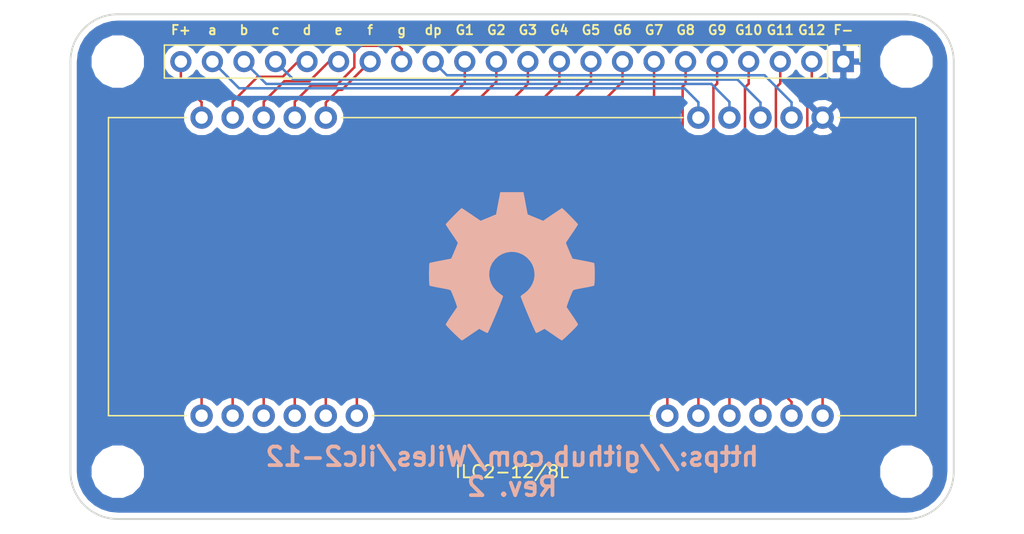
<source format=kicad_pcb>
(kicad_pcb (version 20171130) (host pcbnew "(6.0.0-rc1-dev-1291-g61b749f0b)")

  (general
    (thickness 1.6)
    (drawings 31)
    (tracks 93)
    (zones 0)
    (modules 7)
    (nets 23)
  )

  (page A4)
  (layers
    (0 F.Cu signal)
    (31 B.Cu signal)
    (32 B.Adhes user)
    (33 F.Adhes user)
    (34 B.Paste user)
    (35 F.Paste user)
    (36 B.SilkS user)
    (37 F.SilkS user)
    (38 B.Mask user)
    (39 F.Mask user)
    (40 Dwgs.User user)
    (41 Cmts.User user)
    (42 Eco1.User user)
    (43 Eco2.User user)
    (44 Edge.Cuts user)
    (45 Margin user)
    (46 B.CrtYd user)
    (47 F.CrtYd user)
    (48 B.Fab user)
    (49 F.Fab user)
  )

  (setup
    (last_trace_width 0.2)
    (trace_clearance 0.15)
    (zone_clearance 0.508)
    (zone_45_only no)
    (trace_min 0.2)
    (via_size 0.8)
    (via_drill 0.4)
    (via_min_size 0.4)
    (via_min_drill 0.3)
    (uvia_size 0.3)
    (uvia_drill 0.1)
    (uvias_allowed no)
    (uvia_min_size 0.2)
    (uvia_min_drill 0.1)
    (edge_width 0.15)
    (segment_width 0.2)
    (pcb_text_width 0.3)
    (pcb_text_size 1.5 1.5)
    (mod_edge_width 0.15)
    (mod_text_size 1 1)
    (mod_text_width 0.15)
    (pad_size 1.524 1.524)
    (pad_drill 0.762)
    (pad_to_mask_clearance 0.2)
    (solder_mask_min_width 0.25)
    (aux_axis_origin 0 0)
    (visible_elements 7FFFFFFF)
    (pcbplotparams
      (layerselection 0x010fc_ffffffff)
      (usegerberextensions false)
      (usegerberattributes true)
      (usegerberadvancedattributes true)
      (creategerberjobfile true)
      (excludeedgelayer true)
      (linewidth 0.100000)
      (plotframeref false)
      (viasonmask false)
      (mode 1)
      (useauxorigin false)
      (hpglpennumber 1)
      (hpglpenspeed 20)
      (hpglpendiameter 15.000000)
      (psnegative false)
      (psa4output false)
      (plotreference true)
      (plotvalue true)
      (plotinvisibletext false)
      (padsonsilk false)
      (subtractmaskfromsilk false)
      (outputformat 1)
      (mirror false)
      (drillshape 1)
      (scaleselection 1)
      (outputdirectory ""))
  )

  (net 0 "")
  (net 1 "Net-(D1-Pad2)")
  (net 2 "Net-(D1-Pad3)")
  (net 3 "Net-(D1-Pad4)")
  (net 4 "Net-(D1-Pad5)")
  (net 5 "Net-(D1-Pad9)")
  (net 6 "Net-(D1-Pad8)")
  (net 7 "Net-(D1-Pad7)")
  (net 8 "Net-(D1-Pad6)")
  (net 9 "Net-(D1-Pad15)")
  (net 10 "Net-(D1-Pad14)")
  (net 11 "Net-(D1-Pad13)")
  (net 12 "Net-(D1-Pad12)")
  (net 13 "Net-(D1-Pad11)")
  (net 14 "Net-(D1-Pad16)")
  (net 15 "Net-(D1-Pad22)")
  (net 16 "Net-(D1-Pad17)")
  (net 17 "Net-(D1-Pad18)")
  (net 18 "Net-(D1-Pad19)")
  (net 19 "Net-(D1-Pad20)")
  (net 20 "Net-(D1-Pad21)")
  (net 21 +3V3)
  (net 22 GND)

  (net_class Default "This is the default net class."
    (clearance 0.15)
    (trace_width 0.2)
    (via_dia 0.8)
    (via_drill 0.4)
    (uvia_dia 0.3)
    (uvia_drill 0.1)
    (add_net +3V3)
    (add_net GND)
    (add_net "Net-(D1-Pad11)")
    (add_net "Net-(D1-Pad12)")
    (add_net "Net-(D1-Pad13)")
    (add_net "Net-(D1-Pad14)")
    (add_net "Net-(D1-Pad15)")
    (add_net "Net-(D1-Pad16)")
    (add_net "Net-(D1-Pad17)")
    (add_net "Net-(D1-Pad18)")
    (add_net "Net-(D1-Pad19)")
    (add_net "Net-(D1-Pad2)")
    (add_net "Net-(D1-Pad20)")
    (add_net "Net-(D1-Pad21)")
    (add_net "Net-(D1-Pad22)")
    (add_net "Net-(D1-Pad3)")
    (add_net "Net-(D1-Pad4)")
    (add_net "Net-(D1-Pad5)")
    (add_net "Net-(D1-Pad6)")
    (add_net "Net-(D1-Pad7)")
    (add_net "Net-(D1-Pad8)")
    (add_net "Net-(D1-Pad9)")
  )

  (module ilc2-12:ilc2-12 (layer F.Cu) (tedit 5C83DD32) (tstamp 5A916F5D)
    (at 133.35 86.36)
    (path /5A90D7CF)
    (fp_text reference D1 (at 0 14.25) (layer F.SilkS) hide
      (effects (font (size 1 1) (thickness 0.15)))
    )
    (fp_text value ILC2-12/8L (at 0 16.51) (layer F.SilkS)
      (effects (font (size 1 1) (thickness 0.15)))
    )
    (fp_line (start -11.25 12) (end 11.25 12) (layer F.SilkS) (width 0.12))
    (fp_line (start 32.5 -12) (end 26.25 -12) (layer F.SilkS) (width 0.12))
    (fp_line (start 32.5 12) (end 32.5 -12) (layer F.SilkS) (width 0.12))
    (fp_line (start 26.25 12) (end 32.5 12) (layer F.SilkS) (width 0.12))
    (fp_line (start 13.75 -12) (end -13.75 -12) (layer F.SilkS) (width 0.12))
    (fp_line (start -32.5 12) (end -26.25 12) (layer F.SilkS) (width 0.12))
    (fp_line (start -32.5 -12) (end -32.5 12) (layer F.SilkS) (width 0.12))
    (fp_line (start -26.25 -12) (end -32.5 -12) (layer F.SilkS) (width 0.12))
    (fp_line (start -32.75 13.25) (end -32.75 -13.25) (layer F.CrtYd) (width 0.05))
    (fp_line (start 32.75 13.25) (end -32.75 13.25) (layer F.CrtYd) (width 0.05))
    (fp_line (start 32.75 -13.25) (end 32.75 13.25) (layer F.CrtYd) (width 0.05))
    (fp_line (start -32.75 -13.25) (end 32.75 -13.25) (layer F.CrtYd) (width 0.05))
    (pad 1 thru_hole circle (at -25 -12) (size 1.8 1.8) (drill 1) (layers *.Cu *.Mask)
      (net 21 +3V3))
    (pad 2 thru_hole circle (at -22.5 -12) (size 1.8 1.8) (drill 1) (layers *.Cu *.Mask)
      (net 1 "Net-(D1-Pad2)"))
    (pad 3 thru_hole circle (at -20 -12) (size 1.8 1.8) (drill 1) (layers *.Cu *.Mask)
      (net 2 "Net-(D1-Pad3)"))
    (pad 4 thru_hole circle (at -17.5 -12) (size 1.8 1.8) (drill 1) (layers *.Cu *.Mask)
      (net 3 "Net-(D1-Pad4)"))
    (pad 5 thru_hole circle (at -15 -12) (size 1.8 1.8) (drill 1) (layers *.Cu *.Mask)
      (net 4 "Net-(D1-Pad5)"))
    (pad 10 thru_hole circle (at 25 -12) (size 1.8 1.8) (drill 1) (layers *.Cu *.Mask)
      (net 22 GND))
    (pad 9 thru_hole circle (at 22.5 -12) (size 1.8 1.8) (drill 1) (layers *.Cu *.Mask)
      (net 5 "Net-(D1-Pad9)"))
    (pad 8 thru_hole circle (at 20 -12) (size 1.8 1.8) (drill 1) (layers *.Cu *.Mask)
      (net 6 "Net-(D1-Pad8)"))
    (pad 7 thru_hole circle (at 17.5 -12) (size 1.8 1.8) (drill 1) (layers *.Cu *.Mask)
      (net 7 "Net-(D1-Pad7)"))
    (pad 6 thru_hole circle (at 15 -12) (size 1.8 1.8) (drill 1) (layers *.Cu *.Mask)
      (net 8 "Net-(D1-Pad6)"))
    (pad 15 thru_hole circle (at 15 12) (size 1.8 1.8) (drill 1) (layers *.Cu *.Mask)
      (net 9 "Net-(D1-Pad15)"))
    (pad 14 thru_hole circle (at 17.5 12) (size 1.8 1.8) (drill 1) (layers *.Cu *.Mask)
      (net 10 "Net-(D1-Pad14)"))
    (pad 13 thru_hole circle (at 20 12) (size 1.8 1.8) (drill 1) (layers *.Cu *.Mask)
      (net 11 "Net-(D1-Pad13)"))
    (pad 12 thru_hole circle (at 22.5 12) (size 1.8 1.8) (drill 1) (layers *.Cu *.Mask)
      (net 12 "Net-(D1-Pad12)"))
    (pad 11 thru_hole circle (at 25 12) (size 1.8 1.8) (drill 1) (layers *.Cu *.Mask)
      (net 13 "Net-(D1-Pad11)"))
    (pad 16 thru_hole circle (at 12.5 12) (size 1.8 1.8) (drill 1) (layers *.Cu *.Mask)
      (net 14 "Net-(D1-Pad16)"))
    (pad 22 thru_hole circle (at -25 12) (size 1.8 1.8) (drill 1) (layers *.Cu *.Mask)
      (net 15 "Net-(D1-Pad22)"))
    (pad 17 thru_hole circle (at -12.5 12) (size 1.8 1.8) (drill 1) (layers *.Cu *.Mask)
      (net 16 "Net-(D1-Pad17)"))
    (pad 18 thru_hole circle (at -15 12) (size 1.8 1.8) (drill 1) (layers *.Cu *.Mask)
      (net 17 "Net-(D1-Pad18)"))
    (pad 19 thru_hole circle (at -17.5 12) (size 1.8 1.8) (drill 1) (layers *.Cu *.Mask)
      (net 18 "Net-(D1-Pad19)"))
    (pad 20 thru_hole circle (at -20 12) (size 1.8 1.8) (drill 1) (layers *.Cu *.Mask)
      (net 19 "Net-(D1-Pad20)"))
    (pad 21 thru_hole circle (at -22.5 12) (size 1.8 1.8) (drill 1) (layers *.Cu *.Mask)
      (net 20 "Net-(D1-Pad21)"))
  )

  (module Symbols:OSHW-Symbol_13.4x12mm_SilkScreen (layer B.Cu) (tedit 0) (tstamp 5A9208C2)
    (at 133.35 86.36 180)
    (descr "Open Source Hardware Symbol")
    (tags "Logo Symbol OSHW")
    (attr virtual)
    (fp_text reference REF*** (at 0 0 180) (layer B.SilkS) hide
      (effects (font (size 1 1) (thickness 0.15)) (justify mirror))
    )
    (fp_text value OSHW-Symbol_13.4x12mm_SilkScreen (at 0.75 0 180) (layer B.Fab) hide
      (effects (font (size 1 1) (thickness 0.15)) (justify mirror))
    )
    (fp_poly (pts (xy 1.119803 5.09936) (xy 1.288676 4.203573) (xy 1.911796 3.946702) (xy 2.534916 3.689832)
      (xy 3.282453 4.198151) (xy 3.491802 4.339684) (xy 3.681043 4.466055) (xy 3.841343 4.571493)
      (xy 3.963874 4.65023) (xy 4.039802 4.696495) (xy 4.06048 4.706471) (xy 4.097731 4.680814)
      (xy 4.177332 4.609885) (xy 4.290361 4.502743) (xy 4.427895 4.36845) (xy 4.581012 4.216066)
      (xy 4.740789 4.054653) (xy 4.898305 3.89327) (xy 5.044637 3.740978) (xy 5.170863 3.606838)
      (xy 5.26806 3.499911) (xy 5.327307 3.429258) (xy 5.341471 3.405612) (xy 5.321087 3.362021)
      (xy 5.263941 3.266519) (xy 5.176041 3.12845) (xy 5.063396 2.957155) (xy 4.932013 2.761975)
      (xy 4.855882 2.650648) (xy 4.717118 2.447367) (xy 4.593811 2.263927) (xy 4.491945 2.109458)
      (xy 4.417501 1.993091) (xy 4.376461 1.923958) (xy 4.370294 1.90943) (xy 4.384274 1.86814)
      (xy 4.422382 1.771908) (xy 4.478867 1.634266) (xy 4.54798 1.468742) (xy 4.62397 1.288868)
      (xy 4.701089 1.108172) (xy 4.773585 0.940186) (xy 4.835709 0.79844) (xy 4.881712 0.696463)
      (xy 4.905843 0.647786) (xy 4.907267 0.64587) (xy 4.945158 0.636575) (xy 5.046069 0.61584)
      (xy 5.19954 0.585702) (xy 5.395112 0.548199) (xy 5.622325 0.505371) (xy 5.754891 0.480674)
      (xy 5.997679 0.434447) (xy 6.216974 0.39046) (xy 6.401681 0.351119) (xy 6.540705 0.318831)
      (xy 6.622952 0.296003) (xy 6.639485 0.28876) (xy 6.655678 0.239739) (xy 6.668744 0.129023)
      (xy 6.678691 -0.030438) (xy 6.685528 -0.2257) (xy 6.689264 -0.443814) (xy 6.689907 -0.671835)
      (xy 6.687468 -0.896815) (xy 6.681953 -1.105809) (xy 6.673374 -1.285868) (xy 6.661737 -1.424047)
      (xy 6.647052 -1.507398) (xy 6.638245 -1.52475) (xy 6.585599 -1.545548) (xy 6.474043 -1.575282)
      (xy 6.318335 -1.610459) (xy 6.133229 -1.647586) (xy 6.068613 -1.659597) (xy 5.757071 -1.716662)
      (xy 5.510976 -1.762618) (xy 5.322195 -1.799293) (xy 5.182598 -1.828513) (xy 5.084052 -1.852104)
      (xy 5.018426 -1.871892) (xy 4.977589 -1.889706) (xy 4.953409 -1.90737) (xy 4.950026 -1.910861)
      (xy 4.916255 -1.9671) (xy 4.864737 -2.076547) (xy 4.800617 -2.2258) (xy 4.729039 -2.401459)
      (xy 4.655146 -2.590121) (xy 4.584083 -2.778385) (xy 4.520993 -2.952848) (xy 4.471021 -3.100108)
      (xy 4.439312 -3.206764) (xy 4.431008 -3.259413) (xy 4.4317 -3.261257) (xy 4.459836 -3.304292)
      (xy 4.523665 -3.398978) (xy 4.61648 -3.53546) (xy 4.731573 -3.703882) (xy 4.862237 -3.89439)
      (xy 4.899448 -3.948529) (xy 5.032129 -4.144804) (xy 5.148883 -4.323886) (xy 5.243349 -4.475492)
      (xy 5.309168 -4.589338) (xy 5.339978 -4.655141) (xy 5.341471 -4.663225) (xy 5.315584 -4.705715)
      (xy 5.244054 -4.789891) (xy 5.136076 -4.906705) (xy 5.000846 -5.04711) (xy 4.847558 -5.202061)
      (xy 4.685409 -5.362509) (xy 4.523593 -5.519409) (xy 4.371306 -5.663713) (xy 4.237743 -5.786376)
      (xy 4.1321 -5.87835) (xy 4.063572 -5.930589) (xy 4.044614 -5.939118) (xy 4.000487 -5.919029)
      (xy 3.910142 -5.864849) (xy 3.788295 -5.785704) (xy 3.694546 -5.722001) (xy 3.524678 -5.60511)
      (xy 3.323512 -5.467476) (xy 3.121733 -5.330063) (xy 3.01325 -5.256519) (xy 2.646058 -5.008155)
      (xy 2.337826 -5.174813) (xy 2.197404 -5.247822) (xy 2.077996 -5.304571) (xy 1.997202 -5.336937)
      (xy 1.976636 -5.341441) (xy 1.951906 -5.308189) (xy 1.903118 -5.214224) (xy 1.833913 -5.068213)
      (xy 1.747935 -4.878824) (xy 1.648824 -4.654724) (xy 1.540224 -4.404581) (xy 1.425775 -4.137063)
      (xy 1.30912 -3.860836) (xy 1.193901 -3.584568) (xy 1.08376 -3.316927) (xy 0.982339 -3.06658)
      (xy 0.89328 -2.842195) (xy 0.820225 -2.652439) (xy 0.766816 -2.50598) (xy 0.736695 -2.411485)
      (xy 0.731851 -2.379031) (xy 0.770245 -2.337636) (xy 0.854308 -2.270438) (xy 0.966467 -2.1914)
      (xy 0.975881 -2.185147) (xy 1.265768 -1.953103) (xy 1.499512 -1.682386) (xy 1.675087 -1.381653)
      (xy 1.790469 -1.059561) (xy 1.84363 -0.724765) (xy 1.832547 -0.385922) (xy 1.755192 -0.051688)
      (xy 1.60954 0.269281) (xy 1.566688 0.339505) (xy 1.343802 0.623073) (xy 1.080491 0.850782)
      (xy 0.785865 1.021449) (xy 0.469041 1.133888) (xy 0.13913 1.186917) (xy -0.194754 1.179349)
      (xy -0.523497 1.110002) (xy -0.837986 0.977691) (xy -1.129107 0.781232) (xy -1.21916 0.701494)
      (xy -1.448347 0.451892) (xy -1.615354 0.189132) (xy -1.729915 -0.105399) (xy -1.793719 -0.397075)
      (xy -1.80947 -0.725012) (xy -1.756949 -1.054577) (xy -1.64149 -1.37463) (xy -1.468429 -1.674032)
      (xy -1.243101 -1.941643) (xy -0.97084 -2.166325) (xy -0.935058 -2.190008) (xy -0.821698 -2.267568)
      (xy -0.735522 -2.334768) (xy -0.694323 -2.377675) (xy -0.693724 -2.379031) (xy -0.702569 -2.425446)
      (xy -0.737631 -2.530786) (xy -0.795267 -2.686388) (xy -0.871834 -2.883584) (xy -0.963686 -3.11371)
      (xy -1.067183 -3.368101) (xy -1.178679 -3.63809) (xy -1.294532 -3.915012) (xy -1.411097 -4.190201)
      (xy -1.524733 -4.454993) (xy -1.631794 -4.700721) (xy -1.728638 -4.918721) (xy -1.811621 -5.100326)
      (xy -1.877099 -5.236871) (xy -1.921431 -5.31969) (xy -1.939283 -5.341441) (xy -1.993834 -5.324504)
      (xy -2.095905 -5.279077) (xy -2.227895 -5.21328) (xy -2.300474 -5.174813) (xy -2.608705 -5.008155)
      (xy -2.975897 -5.256519) (xy -3.16334 -5.383754) (xy -3.368557 -5.523773) (xy -3.560867 -5.655612)
      (xy -3.657193 -5.722001) (xy -3.792673 -5.812976) (xy -3.907393 -5.885071) (xy -3.986388 -5.929154)
      (xy -4.012046 -5.938473) (xy -4.049391 -5.913334) (xy -4.132042 -5.843154) (xy -4.251985 -5.73522)
      (xy -4.401209 -5.596818) (xy -4.571699 -5.435235) (xy -4.679526 -5.331488) (xy -4.868172 -5.146135)
      (xy -5.031205 -4.980351) (xy -5.162032 -4.841227) (xy -5.254065 -4.735856) (xy -5.300713 -4.671329)
      (xy -5.305188 -4.658234) (xy -5.28442 -4.608425) (xy -5.227031 -4.507713) (xy -5.139387 -4.366295)
      (xy -5.027854 -4.194367) (xy -4.898797 -4.002124) (xy -4.862096 -3.948529) (xy -4.728368 -3.753733)
      (xy -4.608393 -3.578353) (xy -4.508879 -3.432243) (xy -4.436533 -3.325258) (xy -4.398064 -3.267255)
      (xy -4.394347 -3.261257) (xy -4.399905 -3.215032) (xy -4.429407 -3.113398) (xy -4.477709 -2.969758)
      (xy -4.539667 -2.797514) (xy -4.610137 -2.610066) (xy -4.683975 -2.420818) (xy -4.756037 -2.243171)
      (xy -4.821178 -2.090527) (xy -4.874255 -1.976288) (xy -4.910123 -1.913856) (xy -4.912673 -1.910861)
      (xy -4.934606 -1.893019) (xy -4.971652 -1.875374) (xy -5.031941 -1.856101) (xy -5.123604 -1.833374)
      (xy -5.254774 -1.805364) (xy -5.433582 -1.770247) (xy -5.668158 -1.726195) (xy -5.966635 -1.671382)
      (xy -6.03126 -1.659597) (xy -6.222794 -1.622591) (xy -6.389769 -1.586389) (xy -6.517432 -1.554485)
      (xy -6.591024 -1.530372) (xy -6.600892 -1.52475) (xy -6.617153 -1.47491) (xy -6.63037 -1.363532)
      (xy -6.640536 -1.203563) (xy -6.64764 -1.00795) (xy -6.651674 -0.78964) (xy -6.65263 -0.561579)
      (xy -6.650498 -0.336714) (xy -6.645269 -0.127991) (xy -6.636935 0.051642) (xy -6.625487 0.189238)
      (xy -6.610916 0.271852) (xy -6.602132 0.28876) (xy -6.55323 0.305816) (xy -6.441873 0.333564)
      (xy -6.279156 0.369597) (xy -6.076174 0.411507) (xy -5.844021 0.456889) (xy -5.717538 0.480674)
      (xy -5.477555 0.525535) (xy -5.263549 0.566175) (xy -5.085978 0.600554) (xy -4.955302 0.626635)
      (xy -4.881982 0.642379) (xy -4.869915 0.64587) (xy -4.849519 0.685221) (xy -4.806406 0.780007)
      (xy -4.746321 0.916685) (xy -4.675013 1.081714) (xy -4.598227 1.261553) (xy -4.52171 1.44266)
      (xy -4.45121 1.611493) (xy -4.392473 1.754512) (xy -4.351246 1.858174) (xy -4.333276 1.908939)
      (xy -4.332941 1.911158) (xy -4.353313 1.951204) (xy -4.410427 2.043361) (xy -4.498279 2.178467)
      (xy -4.610867 2.347365) (xy -4.742189 2.540895) (xy -4.818529 2.652059) (xy -4.957636 2.855884)
      (xy -5.081188 3.040937) (xy -5.183158 3.197854) (xy -5.257517 3.317276) (xy -5.298237 3.38984)
      (xy -5.304118 3.406107) (xy -5.278837 3.44397) (xy -5.208948 3.524814) (xy -5.103377 3.639581)
      (xy -4.971052 3.779215) (xy -4.820901 3.934658) (xy -4.661852 4.096854) (xy -4.502833 4.256746)
      (xy -4.352771 4.405276) (xy -4.220594 4.533387) (xy -4.11523 4.632023) (xy -4.045607 4.692127)
      (xy -4.022315 4.706471) (xy -3.98439 4.686301) (xy -3.893683 4.629637) (xy -3.759011 4.542247)
      (xy -3.589195 4.4299) (xy -3.393054 4.298362) (xy -3.2451 4.198151) (xy -2.497564 3.689832)
      (xy -1.874444 3.946702) (xy -1.251324 4.203573) (xy -0.913576 5.995147) (xy 0.950929 5.995147)
      (xy 1.119803 5.09936)) (layer B.SilkS) (width 0.01))
  )

  (module Mounting_Holes:MountingHole_3.2mm_M3 (layer F.Cu) (tedit 5A90D9D8) (tstamp 5A91BC1F)
    (at 101.6 69.85)
    (descr "Mounting Hole 3.2mm, no annular, M3")
    (tags "mounting hole 3.2mm no annular m3")
    (attr virtual)
    (fp_text reference REF** (at 0 -4.2) (layer F.SilkS) hide
      (effects (font (size 1 1) (thickness 0.15)))
    )
    (fp_text value MountingHole_3.2mm_M3 (at 0 4.2) (layer F.Fab)
      (effects (font (size 1 1) (thickness 0.15)))
    )
    (fp_text user %R (at 0.3 0) (layer F.Fab)
      (effects (font (size 1 1) (thickness 0.15)))
    )
    (fp_circle (center 0 0) (end 3.2 0) (layer Cmts.User) (width 0.15))
    (fp_circle (center 0 0) (end 3.45 0) (layer F.CrtYd) (width 0.05))
    (pad 1 np_thru_hole circle (at 0 0) (size 3.2 3.2) (drill 3.2) (layers *.Cu *.Mask))
  )

  (module Mounting_Holes:MountingHole_3.2mm_M3 (layer F.Cu) (tedit 5A90D9DB) (tstamp 5A91BC1C)
    (at 165.1 69.85)
    (descr "Mounting Hole 3.2mm, no annular, M3")
    (tags "mounting hole 3.2mm no annular m3")
    (attr virtual)
    (fp_text reference REF** (at 0 -4.2) (layer F.SilkS) hide
      (effects (font (size 1 1) (thickness 0.15)))
    )
    (fp_text value MountingHole_3.2mm_M3 (at 0 4.2) (layer F.Fab)
      (effects (font (size 1 1) (thickness 0.15)))
    )
    (fp_text user %R (at 0.3 0) (layer F.Fab)
      (effects (font (size 1 1) (thickness 0.15)))
    )
    (fp_circle (center 0 0) (end 3.2 0) (layer Cmts.User) (width 0.15))
    (fp_circle (center 0 0) (end 3.45 0) (layer F.CrtYd) (width 0.05))
    (pad 1 np_thru_hole circle (at 0 0) (size 3.2 3.2) (drill 3.2) (layers *.Cu *.Mask))
  )

  (module Mounting_Holes:MountingHole_3.2mm_M3 (layer F.Cu) (tedit 5A90D9DF) (tstamp 5A91BC19)
    (at 165.1 102.87)
    (descr "Mounting Hole 3.2mm, no annular, M3")
    (tags "mounting hole 3.2mm no annular m3")
    (attr virtual)
    (fp_text reference REF** (at 0 -4.2) (layer F.SilkS) hide
      (effects (font (size 1 1) (thickness 0.15)))
    )
    (fp_text value MountingHole_3.2mm_M3 (at 0 4.2) (layer F.Fab)
      (effects (font (size 1 1) (thickness 0.15)))
    )
    (fp_text user %R (at 0.3 0) (layer F.Fab)
      (effects (font (size 1 1) (thickness 0.15)))
    )
    (fp_circle (center 0 0) (end 3.2 0) (layer Cmts.User) (width 0.15))
    (fp_circle (center 0 0) (end 3.45 0) (layer F.CrtYd) (width 0.05))
    (pad 1 np_thru_hole circle (at 0 0) (size 3.2 3.2) (drill 3.2) (layers *.Cu *.Mask))
  )

  (module Mounting_Holes:MountingHole_3.2mm_M3 (layer F.Cu) (tedit 5A90D9E6) (tstamp 5A91BC16)
    (at 101.6 102.87)
    (descr "Mounting Hole 3.2mm, no annular, M3")
    (tags "mounting hole 3.2mm no annular m3")
    (attr virtual)
    (fp_text reference REF** (at 0 -4.2) (layer F.SilkS) hide
      (effects (font (size 1 1) (thickness 0.15)))
    )
    (fp_text value MountingHole_3.2mm_M3 (at 0 4.2) (layer F.Fab)
      (effects (font (size 1 1) (thickness 0.15)))
    )
    (fp_text user %R (at 0.3 0) (layer F.Fab)
      (effects (font (size 1 1) (thickness 0.15)))
    )
    (fp_circle (center 0 0) (end 3.2 0) (layer Cmts.User) (width 0.15))
    (fp_circle (center 0 0) (end 3.45 0) (layer F.CrtYd) (width 0.05))
    (pad 1 np_thru_hole circle (at 0 0) (size 3.2 3.2) (drill 3.2) (layers *.Cu *.Mask))
  )

  (module Pin_Headers:Pin_Header_Straight_1x22_Pitch2.54mm (layer F.Cu) (tedit 5A90DC58) (tstamp 5A91BC92)
    (at 160.02 69.85 270)
    (descr "Through hole straight pin header, 1x22, 2.54mm pitch, single row")
    (tags "Through hole pin header THT 1x22 2.54mm single row")
    (path /5A90D84A)
    (fp_text reference J1 (at 0 -2.33 270) (layer F.SilkS) hide
      (effects (font (size 1 1) (thickness 0.15)))
    )
    (fp_text value CONN_01X22 (at 0 55.67 270) (layer F.Fab)
      (effects (font (size 1 1) (thickness 0.15)))
    )
    (fp_text user %R (at 0 26.67) (layer F.Fab)
      (effects (font (size 1 1) (thickness 0.15)))
    )
    (fp_line (start 1.8 -1.8) (end -1.8 -1.8) (layer F.CrtYd) (width 0.05))
    (fp_line (start 1.8 55.15) (end 1.8 -1.8) (layer F.CrtYd) (width 0.05))
    (fp_line (start -1.8 55.15) (end 1.8 55.15) (layer F.CrtYd) (width 0.05))
    (fp_line (start -1.8 -1.8) (end -1.8 55.15) (layer F.CrtYd) (width 0.05))
    (fp_line (start -1.33 -1.33) (end 0 -1.33) (layer F.SilkS) (width 0.12))
    (fp_line (start -1.33 0) (end -1.33 -1.33) (layer F.SilkS) (width 0.12))
    (fp_line (start -1.33 1.27) (end 1.33 1.27) (layer F.SilkS) (width 0.12))
    (fp_line (start 1.33 1.27) (end 1.33 54.67) (layer F.SilkS) (width 0.12))
    (fp_line (start -1.33 1.27) (end -1.33 54.67) (layer F.SilkS) (width 0.12))
    (fp_line (start -1.33 54.67) (end 1.33 54.67) (layer F.SilkS) (width 0.12))
    (fp_line (start -1.27 -0.635) (end -0.635 -1.27) (layer F.Fab) (width 0.1))
    (fp_line (start -1.27 54.61) (end -1.27 -0.635) (layer F.Fab) (width 0.1))
    (fp_line (start 1.27 54.61) (end -1.27 54.61) (layer F.Fab) (width 0.1))
    (fp_line (start 1.27 -1.27) (end 1.27 54.61) (layer F.Fab) (width 0.1))
    (fp_line (start -0.635 -1.27) (end 1.27 -1.27) (layer F.Fab) (width 0.1))
    (pad 22 thru_hole oval (at 0 53.34 270) (size 1.7 1.7) (drill 1) (layers *.Cu *.Mask)
      (net 21 +3V3))
    (pad 21 thru_hole oval (at 0 50.8 270) (size 1.7 1.7) (drill 1) (layers *.Cu *.Mask)
      (net 8 "Net-(D1-Pad6)"))
    (pad 20 thru_hole oval (at 0 48.26 270) (size 1.7 1.7) (drill 1) (layers *.Cu *.Mask)
      (net 7 "Net-(D1-Pad7)"))
    (pad 19 thru_hole oval (at 0 45.72 270) (size 1.7 1.7) (drill 1) (layers *.Cu *.Mask)
      (net 6 "Net-(D1-Pad8)"))
    (pad 18 thru_hole oval (at 0 43.18 270) (size 1.7 1.7) (drill 1) (layers *.Cu *.Mask)
      (net 1 "Net-(D1-Pad2)"))
    (pad 17 thru_hole oval (at 0 40.64 270) (size 1.7 1.7) (drill 1) (layers *.Cu *.Mask)
      (net 2 "Net-(D1-Pad3)"))
    (pad 16 thru_hole oval (at 0 38.1 270) (size 1.7 1.7) (drill 1) (layers *.Cu *.Mask)
      (net 4 "Net-(D1-Pad5)"))
    (pad 15 thru_hole oval (at 0 35.56 270) (size 1.7 1.7) (drill 1) (layers *.Cu *.Mask)
      (net 3 "Net-(D1-Pad4)"))
    (pad 14 thru_hole oval (at 0 33.02 270) (size 1.7 1.7) (drill 1) (layers *.Cu *.Mask)
      (net 5 "Net-(D1-Pad9)"))
    (pad 13 thru_hole oval (at 0 30.48 270) (size 1.7 1.7) (drill 1) (layers *.Cu *.Mask)
      (net 15 "Net-(D1-Pad22)"))
    (pad 12 thru_hole oval (at 0 27.94 270) (size 1.7 1.7) (drill 1) (layers *.Cu *.Mask)
      (net 20 "Net-(D1-Pad21)"))
    (pad 11 thru_hole oval (at 0 25.4 270) (size 1.7 1.7) (drill 1) (layers *.Cu *.Mask)
      (net 19 "Net-(D1-Pad20)"))
    (pad 10 thru_hole oval (at 0 22.86 270) (size 1.7 1.7) (drill 1) (layers *.Cu *.Mask)
      (net 18 "Net-(D1-Pad19)"))
    (pad 9 thru_hole oval (at 0 20.32 270) (size 1.7 1.7) (drill 1) (layers *.Cu *.Mask)
      (net 17 "Net-(D1-Pad18)"))
    (pad 8 thru_hole oval (at 0 17.78 270) (size 1.7 1.7) (drill 1) (layers *.Cu *.Mask)
      (net 16 "Net-(D1-Pad17)"))
    (pad 7 thru_hole oval (at 0 15.24 270) (size 1.7 1.7) (drill 1) (layers *.Cu *.Mask)
      (net 14 "Net-(D1-Pad16)"))
    (pad 6 thru_hole oval (at 0 12.7 270) (size 1.7 1.7) (drill 1) (layers *.Cu *.Mask)
      (net 9 "Net-(D1-Pad15)"))
    (pad 5 thru_hole oval (at 0 10.16 270) (size 1.7 1.7) (drill 1) (layers *.Cu *.Mask)
      (net 10 "Net-(D1-Pad14)"))
    (pad 4 thru_hole oval (at 0 7.62 270) (size 1.7 1.7) (drill 1) (layers *.Cu *.Mask)
      (net 11 "Net-(D1-Pad13)"))
    (pad 3 thru_hole oval (at 0 5.08 270) (size 1.7 1.7) (drill 1) (layers *.Cu *.Mask)
      (net 12 "Net-(D1-Pad12)"))
    (pad 2 thru_hole oval (at 0 2.54 270) (size 1.7 1.7) (drill 1) (layers *.Cu *.Mask)
      (net 13 "Net-(D1-Pad11)"))
    (pad 1 thru_hole rect (at 0 0 270) (size 1.7 1.7) (drill 1) (layers *.Cu *.Mask)
      (net 22 GND))
    (model ${KISYS3DMOD}/Pin_Headers.3dshapes/Pin_Header_Straight_1x22_Pitch2.54mm.wrl
      (at (xyz 0 0 0))
      (scale (xyz 1 1 1))
      (rotate (xyz 0 0 0))
    )
  )

  (gr_text F- (at 160.02 67.31) (layer F.SilkS) (tstamp 5A920947)
    (effects (font (size 0.75 0.75) (thickness 0.15)))
  )
  (gr_text G12 (at 157.48 67.31) (layer F.SilkS) (tstamp 5A920945)
    (effects (font (size 0.75 0.75) (thickness 0.15)))
  )
  (gr_text G11 (at 154.94 67.31) (layer F.SilkS) (tstamp 5A920943)
    (effects (font (size 0.75 0.75) (thickness 0.15)))
  )
  (gr_text G10 (at 152.4 67.31) (layer F.SilkS) (tstamp 5A920941)
    (effects (font (size 0.75 0.75) (thickness 0.15)))
  )
  (gr_text G9 (at 149.86 67.31) (layer F.SilkS) (tstamp 5A92093F)
    (effects (font (size 0.75 0.75) (thickness 0.15)))
  )
  (gr_text G8 (at 147.32 67.31) (layer F.SilkS) (tstamp 5A92093D)
    (effects (font (size 0.75 0.75) (thickness 0.15)))
  )
  (gr_text G7 (at 144.78 67.31) (layer F.SilkS) (tstamp 5A92093B)
    (effects (font (size 0.75 0.75) (thickness 0.15)))
  )
  (gr_text G6 (at 142.24 67.31) (layer F.SilkS) (tstamp 5A920939)
    (effects (font (size 0.75 0.75) (thickness 0.15)))
  )
  (gr_text G5 (at 139.7 67.31) (layer F.SilkS) (tstamp 5A920937)
    (effects (font (size 0.75 0.75) (thickness 0.15)))
  )
  (gr_text G4 (at 137.16 67.31) (layer F.SilkS) (tstamp 5A920935)
    (effects (font (size 0.75 0.75) (thickness 0.15)))
  )
  (gr_text G3 (at 134.62 67.31) (layer F.SilkS) (tstamp 5A920933)
    (effects (font (size 0.75 0.75) (thickness 0.15)))
  )
  (gr_text "G2\n" (at 132.08 67.31) (layer F.SilkS) (tstamp 5A920931)
    (effects (font (size 0.75 0.75) (thickness 0.15)))
  )
  (gr_text G1 (at 129.54 67.31) (layer F.SilkS) (tstamp 5A920928)
    (effects (font (size 0.75 0.75) (thickness 0.15)))
  )
  (gr_text dp (at 127 67.31) (layer F.SilkS) (tstamp 5A920924)
    (effects (font (size 0.75 0.75) (thickness 0.15)))
  )
  (gr_text g (at 124.46 67.31) (layer F.SilkS) (tstamp 5A920917)
    (effects (font (size 0.75 0.75) (thickness 0.15)))
  )
  (gr_text f (at 121.92 67.31) (layer F.SilkS) (tstamp 5A920915)
    (effects (font (size 0.75 0.75) (thickness 0.15)))
  )
  (gr_text e (at 119.38 67.31) (layer F.SilkS) (tstamp 5A920913)
    (effects (font (size 0.75 0.75) (thickness 0.15)))
  )
  (gr_text d (at 116.84 67.31) (layer F.SilkS) (tstamp 5A920911)
    (effects (font (size 0.75 0.75) (thickness 0.15)))
  )
  (gr_text c (at 114.3 67.31) (layer F.SilkS) (tstamp 5A92090F)
    (effects (font (size 0.75 0.75) (thickness 0.15)))
  )
  (gr_text b (at 111.76 67.31) (layer F.SilkS)
    (effects (font (size 0.75 0.75) (thickness 0.15)))
  )
  (gr_text a (at 109.22 67.31) (layer F.SilkS)
    (effects (font (size 0.75 0.75) (thickness 0.15)))
  )
  (gr_text F+ (at 106.68 67.31) (layer F.SilkS)
    (effects (font (size 0.75 0.75) (thickness 0.15)))
  )
  (gr_text "https://github.com/Wiles/ilc2-12\nRev. 2" (at 133.35 102.87) (layer B.SilkS)
    (effects (font (size 1.5 1.5) (thickness 0.3)) (justify mirror))
  )
  (gr_arc (start 101.6 102.87) (end 97.79 102.87) (angle -90) (layer Edge.Cuts) (width 0.15))
  (gr_arc (start 165.1 102.87) (end 165.1 106.68) (angle -90) (layer Edge.Cuts) (width 0.15))
  (gr_arc (start 165.1 69.85) (end 168.91 69.85) (angle -90) (layer Edge.Cuts) (width 0.15))
  (gr_arc (start 101.6 69.85) (end 101.6 66.04) (angle -90) (layer Edge.Cuts) (width 0.15))
  (gr_line (start 97.79 102.87) (end 97.79 69.85) (layer Edge.Cuts) (width 0.15))
  (gr_line (start 165.1 106.68) (end 101.6 106.68) (layer Edge.Cuts) (width 0.15))
  (gr_line (start 168.91 69.85) (end 168.91 102.87) (layer Edge.Cuts) (width 0.15))
  (gr_line (start 101.6 66.04) (end 165.1 66.04) (layer Edge.Cuts) (width 0.15))

  (segment (start 116.11 69.85) (end 116.84 69.85) (width 0.2) (layer F.Cu) (net 1))
  (segment (start 114.885 71.075) (end 116.11 69.85) (width 0.2) (layer F.Cu) (net 1))
  (segment (start 112.862208 71.075) (end 114.885 71.075) (width 0.2) (layer F.Cu) (net 1))
  (segment (start 110.85 74.36) (end 110.85 73.087208) (width 0.2) (layer F.Cu) (net 1))
  (segment (start 110.85 73.087208) (end 112.862208 71.075) (width 0.2) (layer F.Cu) (net 1))
  (segment (start 118.61 69.85) (end 119.38 69.85) (width 0.2) (layer F.Cu) (net 2))
  (segment (start 117.035 71.425) (end 118.61 69.85) (width 0.2) (layer F.Cu) (net 2))
  (segment (start 115.012208 71.425) (end 117.035 71.425) (width 0.2) (layer F.Cu) (net 2))
  (segment (start 113.35 74.36) (end 113.35 73.087208) (width 0.2) (layer F.Cu) (net 2))
  (segment (start 113.35 73.087208) (end 115.012208 71.425) (width 0.2) (layer F.Cu) (net 2))
  (segment (start 121.158 68.58) (end 124.206 68.58) (width 0.2) (layer F.Cu) (net 3))
  (segment (start 115.85 73.087208) (end 117.162208 71.775) (width 0.2) (layer F.Cu) (net 3))
  (segment (start 115.85 74.36) (end 115.85 73.087208) (width 0.2) (layer F.Cu) (net 3))
  (segment (start 124.206 68.58) (end 124.46 68.834) (width 0.2) (layer F.Cu) (net 3))
  (segment (start 117.162208 71.775) (end 119.185 71.775) (width 0.2) (layer F.Cu) (net 3))
  (segment (start 124.46 68.834) (end 124.46 69.85) (width 0.2) (layer F.Cu) (net 3))
  (segment (start 120.65 70.31) (end 120.65 69.088) (width 0.2) (layer F.Cu) (net 3))
  (segment (start 119.185 71.775) (end 120.65 70.31) (width 0.2) (layer F.Cu) (net 3))
  (segment (start 120.65 69.088) (end 121.158 68.58) (width 0.2) (layer F.Cu) (net 3))
  (segment (start 119.645 72.125) (end 121.92 69.85) (width 0.2) (layer F.Cu) (net 4))
  (segment (start 119.375 72.125) (end 119.645 72.125) (width 0.2) (layer F.Cu) (net 4))
  (segment (start 118.35 74.36) (end 118.35 73.15) (width 0.2) (layer F.Cu) (net 4))
  (segment (start 118.35 73.15) (end 119.375 72.125) (width 0.2) (layer F.Cu) (net 4))
  (segment (start 127.849999 70.699999) (end 127 69.85) (width 0.2) (layer B.Cu) (net 5))
  (segment (start 128.100001 70.950001) (end 127.849999 70.699999) (width 0.2) (layer B.Cu) (net 5))
  (segment (start 153.675001 70.950001) (end 128.100001 70.950001) (width 0.2) (layer B.Cu) (net 5))
  (segment (start 155.85 74.36) (end 155.85 73.125) (width 0.2) (layer B.Cu) (net 5))
  (segment (start 155.85 73.125) (end 153.675001 70.950001) (width 0.2) (layer B.Cu) (net 5))
  (segment (start 115.149999 70.699999) (end 114.3 69.85) (width 0.2) (layer B.Cu) (net 6))
  (segment (start 115.750011 71.300011) (end 115.149999 70.699999) (width 0.2) (layer B.Cu) (net 6))
  (segment (start 151.500011 71.300011) (end 115.750011 71.300011) (width 0.2) (layer B.Cu) (net 6))
  (segment (start 153.35 74.36) (end 153.35 73.15) (width 0.2) (layer B.Cu) (net 6))
  (segment (start 153.35 73.15) (end 151.500011 71.300011) (width 0.2) (layer B.Cu) (net 6))
  (segment (start 112.609999 70.699999) (end 111.76 69.85) (width 0.2) (layer B.Cu) (net 7))
  (segment (start 113.560021 71.650021) (end 112.609999 70.699999) (width 0.2) (layer B.Cu) (net 7))
  (segment (start 149.400021 71.650021) (end 113.560021 71.650021) (width 0.2) (layer B.Cu) (net 7))
  (segment (start 150.85 74.36) (end 150.85 73.1) (width 0.2) (layer B.Cu) (net 7))
  (segment (start 150.85 73.1) (end 149.400021 71.650021) (width 0.2) (layer B.Cu) (net 7))
  (segment (start 110.069999 70.699999) (end 109.22 69.85) (width 0.2) (layer B.Cu) (net 8))
  (segment (start 111.370031 72.000031) (end 110.069999 70.699999) (width 0.2) (layer B.Cu) (net 8))
  (segment (start 147.225031 72.000031) (end 111.370031 72.000031) (width 0.2) (layer B.Cu) (net 8))
  (segment (start 148.35 74.36) (end 148.35 73.125) (width 0.2) (layer B.Cu) (net 8))
  (segment (start 148.35 73.125) (end 147.225031 72.000031) (width 0.2) (layer B.Cu) (net 8))
  (segment (start 147.32 71.62) (end 147.32 69.85) (width 0.2) (layer F.Cu) (net 9))
  (segment (start 147.08 71.86) (end 147.32 71.62) (width 0.2) (layer F.Cu) (net 9))
  (segment (start 147.08 95.67) (end 147.08 71.86) (width 0.2) (layer F.Cu) (net 9))
  (segment (start 148.35 98.36) (end 148.35 96.94) (width 0.2) (layer F.Cu) (net 9))
  (segment (start 148.35 96.94) (end 147.08 95.67) (width 0.2) (layer F.Cu) (net 9))
  (segment (start 149.86 71.62) (end 149.86 69.85) (width 0.2) (layer F.Cu) (net 10))
  (segment (start 149.56 71.92) (end 149.86 71.62) (width 0.2) (layer F.Cu) (net 10))
  (segment (start 149.56 95.55) (end 149.56 71.92) (width 0.2) (layer F.Cu) (net 10))
  (segment (start 150.85 98.36) (end 150.85 96.84) (width 0.2) (layer F.Cu) (net 10))
  (segment (start 150.85 96.84) (end 149.56 95.55) (width 0.2) (layer F.Cu) (net 10))
  (segment (start 152.4 71.63) (end 152.4 69.85) (width 0.2) (layer F.Cu) (net 11))
  (segment (start 152.1 71.93) (end 152.4 71.63) (width 0.2) (layer F.Cu) (net 11))
  (segment (start 152.1 95.76) (end 152.1 71.93) (width 0.2) (layer F.Cu) (net 11))
  (segment (start 153.35 98.36) (end 153.35 97.01) (width 0.2) (layer F.Cu) (net 11))
  (segment (start 153.35 97.01) (end 152.1 95.76) (width 0.2) (layer F.Cu) (net 11))
  (segment (start 154.94 71.6) (end 154.94 69.85) (width 0.2) (layer F.Cu) (net 12))
  (segment (start 154.59 71.95) (end 154.94 71.6) (width 0.2) (layer F.Cu) (net 12))
  (segment (start 154.59 96) (end 154.59 71.95) (width 0.2) (layer F.Cu) (net 12))
  (segment (start 155.85 98.36) (end 155.85 97.26) (width 0.2) (layer F.Cu) (net 12))
  (segment (start 155.85 97.26) (end 154.59 96) (width 0.2) (layer F.Cu) (net 12))
  (segment (start 157.48 71.61) (end 157.48 69.85) (width 0.2) (layer F.Cu) (net 13))
  (segment (start 157.12 71.97) (end 157.48 71.61) (width 0.2) (layer F.Cu) (net 13))
  (segment (start 157.12 95.56) (end 157.12 71.97) (width 0.2) (layer F.Cu) (net 13))
  (segment (start 158.35 98.36) (end 158.35 96.79) (width 0.2) (layer F.Cu) (net 13))
  (segment (start 158.35 96.79) (end 157.12 95.56) (width 0.2) (layer F.Cu) (net 13))
  (segment (start 144.78 76.2) (end 144.78 69.85) (width 0.2) (layer F.Cu) (net 14))
  (segment (start 144.78 95.74) (end 144.78 76.2) (width 0.2) (layer F.Cu) (net 14))
  (segment (start 145.85 98.36) (end 145.85 96.81) (width 0.2) (layer F.Cu) (net 14))
  (segment (start 145.85 96.81) (end 144.78 95.74) (width 0.2) (layer F.Cu) (net 14))
  (segment (start 129.54 71.56) (end 129.54 69.85) (width 0.2) (layer F.Cu) (net 15))
  (segment (start 108.35 98.36) (end 108.35 92.75) (width 0.2) (layer F.Cu) (net 15))
  (segment (start 108.35 92.75) (end 129.54 71.56) (width 0.2) (layer F.Cu) (net 15))
  (segment (start 142.24 71.485) (end 142.24 69.85) (width 0.2) (layer F.Cu) (net 16))
  (segment (start 120.85 98.36) (end 120.85 92.875) (width 0.2) (layer F.Cu) (net 16))
  (segment (start 120.85 92.875) (end 142.24 71.485) (width 0.2) (layer F.Cu) (net 16))
  (segment (start 139.7 71.475) (end 139.7 69.85) (width 0.2) (layer F.Cu) (net 17))
  (segment (start 118.35 98.36) (end 118.35 92.825) (width 0.2) (layer F.Cu) (net 17))
  (segment (start 118.35 92.825) (end 139.7 71.475) (width 0.2) (layer F.Cu) (net 17))
  (segment (start 137.16 71.515) (end 137.16 69.85) (width 0.2) (layer F.Cu) (net 18))
  (segment (start 115.85 98.36) (end 115.85 92.825) (width 0.2) (layer F.Cu) (net 18))
  (segment (start 115.85 92.825) (end 137.16 71.515) (width 0.2) (layer F.Cu) (net 18))
  (segment (start 134.62 71.655) (end 134.62 69.85) (width 0.2) (layer F.Cu) (net 19))
  (segment (start 113.35 98.36) (end 113.35 92.925) (width 0.2) (layer F.Cu) (net 19))
  (segment (start 113.35 92.925) (end 134.62 71.655) (width 0.2) (layer F.Cu) (net 19))
  (segment (start 132.08 71.47) (end 132.08 69.85) (width 0.2) (layer F.Cu) (net 20))
  (segment (start 110.85 98.36) (end 110.85 92.7) (width 0.2) (layer F.Cu) (net 20))
  (segment (start 110.85 92.7) (end 132.08 71.47) (width 0.2) (layer F.Cu) (net 20))
  (segment (start 106.68 71.455) (end 106.68 69.85) (width 0.2) (layer F.Cu) (net 21))
  (segment (start 108.35 74.36) (end 108.35 73.125) (width 0.2) (layer F.Cu) (net 21))
  (segment (start 108.35 73.125) (end 106.68 71.455) (width 0.2) (layer F.Cu) (net 21))

  (zone (net 22) (net_name GND) (layer B.Cu) (tstamp 0) (hatch edge 0.508)
    (connect_pads (clearance 0.508))
    (min_thickness 0.254)
    (fill yes (arc_segments 16) (thermal_gap 0.508) (thermal_bridge_width 0.508))
    (polygon
      (pts
        (xy 97.79 66.04) (xy 168.91 66.04) (xy 168.91 106.68) (xy 97.79 106.68)
      )
    )
    (filled_polygon
      (pts
        (xy 165.737763 66.743049) (xy 166.34948 66.934749) (xy 166.910151 67.245534) (xy 167.396878 67.66271) (xy 167.789781 68.169238)
        (xy 168.072808 68.744423) (xy 168.23637 69.372348) (xy 168.275 69.874388) (xy 168.275001 102.837826) (xy 168.206952 103.507762)
        (xy 168.01525 104.119482) (xy 167.704466 104.68015) (xy 167.287288 105.16688) (xy 166.780761 105.559782) (xy 166.205577 105.842808)
        (xy 165.577653 106.00637) (xy 165.075612 106.045) (xy 101.632164 106.045) (xy 100.962238 105.976952) (xy 100.350518 105.78525)
        (xy 99.78985 105.474466) (xy 99.30312 105.057288) (xy 98.910218 104.550761) (xy 98.627192 103.975577) (xy 98.46363 103.347653)
        (xy 98.425 102.845612) (xy 98.425 102.425431) (xy 99.365 102.425431) (xy 99.365 103.314569) (xy 99.705259 104.136026)
        (xy 100.333974 104.764741) (xy 101.155431 105.105) (xy 102.044569 105.105) (xy 102.866026 104.764741) (xy 103.494741 104.136026)
        (xy 103.835 103.314569) (xy 103.835 102.425431) (xy 162.865 102.425431) (xy 162.865 103.314569) (xy 163.205259 104.136026)
        (xy 163.833974 104.764741) (xy 164.655431 105.105) (xy 165.544569 105.105) (xy 166.366026 104.764741) (xy 166.994741 104.136026)
        (xy 167.335 103.314569) (xy 167.335 102.425431) (xy 166.994741 101.603974) (xy 166.366026 100.975259) (xy 165.544569 100.635)
        (xy 164.655431 100.635) (xy 163.833974 100.975259) (xy 163.205259 101.603974) (xy 162.865 102.425431) (xy 103.835 102.425431)
        (xy 103.494741 101.603974) (xy 102.866026 100.975259) (xy 102.044569 100.635) (xy 101.155431 100.635) (xy 100.333974 100.975259)
        (xy 99.705259 101.603974) (xy 99.365 102.425431) (xy 98.425 102.425431) (xy 98.425 98.05467) (xy 106.815 98.05467)
        (xy 106.815 98.66533) (xy 107.04869 99.229507) (xy 107.480493 99.66131) (xy 108.04467 99.895) (xy 108.65533 99.895)
        (xy 109.219507 99.66131) (xy 109.6 99.280817) (xy 109.980493 99.66131) (xy 110.54467 99.895) (xy 111.15533 99.895)
        (xy 111.719507 99.66131) (xy 112.1 99.280817) (xy 112.480493 99.66131) (xy 113.04467 99.895) (xy 113.65533 99.895)
        (xy 114.219507 99.66131) (xy 114.6 99.280817) (xy 114.980493 99.66131) (xy 115.54467 99.895) (xy 116.15533 99.895)
        (xy 116.719507 99.66131) (xy 117.1 99.280817) (xy 117.480493 99.66131) (xy 118.04467 99.895) (xy 118.65533 99.895)
        (xy 119.219507 99.66131) (xy 119.6 99.280817) (xy 119.980493 99.66131) (xy 120.54467 99.895) (xy 121.15533 99.895)
        (xy 121.719507 99.66131) (xy 122.15131 99.229507) (xy 122.385 98.66533) (xy 122.385 98.05467) (xy 144.315 98.05467)
        (xy 144.315 98.66533) (xy 144.54869 99.229507) (xy 144.980493 99.66131) (xy 145.54467 99.895) (xy 146.15533 99.895)
        (xy 146.719507 99.66131) (xy 147.1 99.280817) (xy 147.480493 99.66131) (xy 148.04467 99.895) (xy 148.65533 99.895)
        (xy 149.219507 99.66131) (xy 149.6 99.280817) (xy 149.980493 99.66131) (xy 150.54467 99.895) (xy 151.15533 99.895)
        (xy 151.719507 99.66131) (xy 152.1 99.280817) (xy 152.480493 99.66131) (xy 153.04467 99.895) (xy 153.65533 99.895)
        (xy 154.219507 99.66131) (xy 154.6 99.280817) (xy 154.980493 99.66131) (xy 155.54467 99.895) (xy 156.15533 99.895)
        (xy 156.719507 99.66131) (xy 157.1 99.280817) (xy 157.480493 99.66131) (xy 158.04467 99.895) (xy 158.65533 99.895)
        (xy 159.219507 99.66131) (xy 159.65131 99.229507) (xy 159.885 98.66533) (xy 159.885 98.05467) (xy 159.65131 97.490493)
        (xy 159.219507 97.05869) (xy 158.65533 96.825) (xy 158.04467 96.825) (xy 157.480493 97.05869) (xy 157.1 97.439183)
        (xy 156.719507 97.05869) (xy 156.15533 96.825) (xy 155.54467 96.825) (xy 154.980493 97.05869) (xy 154.6 97.439183)
        (xy 154.219507 97.05869) (xy 153.65533 96.825) (xy 153.04467 96.825) (xy 152.480493 97.05869) (xy 152.1 97.439183)
        (xy 151.719507 97.05869) (xy 151.15533 96.825) (xy 150.54467 96.825) (xy 149.980493 97.05869) (xy 149.6 97.439183)
        (xy 149.219507 97.05869) (xy 148.65533 96.825) (xy 148.04467 96.825) (xy 147.480493 97.05869) (xy 147.1 97.439183)
        (xy 146.719507 97.05869) (xy 146.15533 96.825) (xy 145.54467 96.825) (xy 144.980493 97.05869) (xy 144.54869 97.490493)
        (xy 144.315 98.05467) (xy 122.385 98.05467) (xy 122.15131 97.490493) (xy 121.719507 97.05869) (xy 121.15533 96.825)
        (xy 120.54467 96.825) (xy 119.980493 97.05869) (xy 119.6 97.439183) (xy 119.219507 97.05869) (xy 118.65533 96.825)
        (xy 118.04467 96.825) (xy 117.480493 97.05869) (xy 117.1 97.439183) (xy 116.719507 97.05869) (xy 116.15533 96.825)
        (xy 115.54467 96.825) (xy 114.980493 97.05869) (xy 114.6 97.439183) (xy 114.219507 97.05869) (xy 113.65533 96.825)
        (xy 113.04467 96.825) (xy 112.480493 97.05869) (xy 112.1 97.439183) (xy 111.719507 97.05869) (xy 111.15533 96.825)
        (xy 110.54467 96.825) (xy 109.980493 97.05869) (xy 109.6 97.439183) (xy 109.219507 97.05869) (xy 108.65533 96.825)
        (xy 108.04467 96.825) (xy 107.480493 97.05869) (xy 107.04869 97.490493) (xy 106.815 98.05467) (xy 98.425 98.05467)
        (xy 98.425 74.05467) (xy 106.815 74.05467) (xy 106.815 74.66533) (xy 107.04869 75.229507) (xy 107.480493 75.66131)
        (xy 108.04467 75.895) (xy 108.65533 75.895) (xy 109.219507 75.66131) (xy 109.6 75.280817) (xy 109.980493 75.66131)
        (xy 110.54467 75.895) (xy 111.15533 75.895) (xy 111.719507 75.66131) (xy 112.1 75.280817) (xy 112.480493 75.66131)
        (xy 113.04467 75.895) (xy 113.65533 75.895) (xy 114.219507 75.66131) (xy 114.6 75.280817) (xy 114.980493 75.66131)
        (xy 115.54467 75.895) (xy 116.15533 75.895) (xy 116.719507 75.66131) (xy 117.1 75.280817) (xy 117.480493 75.66131)
        (xy 118.04467 75.895) (xy 118.65533 75.895) (xy 119.219507 75.66131) (xy 119.65131 75.229507) (xy 119.885 74.66533)
        (xy 119.885 74.05467) (xy 119.65131 73.490493) (xy 119.219507 73.05869) (xy 118.65533 72.825) (xy 118.04467 72.825)
        (xy 117.480493 73.05869) (xy 117.1 73.439183) (xy 116.719507 73.05869) (xy 116.15533 72.825) (xy 115.54467 72.825)
        (xy 114.980493 73.05869) (xy 114.6 73.439183) (xy 114.219507 73.05869) (xy 113.65533 72.825) (xy 113.04467 72.825)
        (xy 112.480493 73.05869) (xy 112.1 73.439183) (xy 111.719507 73.05869) (xy 111.15533 72.825) (xy 110.54467 72.825)
        (xy 109.980493 73.05869) (xy 109.6 73.439183) (xy 109.219507 73.05869) (xy 108.65533 72.825) (xy 108.04467 72.825)
        (xy 107.480493 73.05869) (xy 107.04869 73.490493) (xy 106.815 74.05467) (xy 98.425 74.05467) (xy 98.425 69.882164)
        (xy 98.473424 69.405431) (xy 99.365 69.405431) (xy 99.365 70.294569) (xy 99.705259 71.116026) (xy 100.333974 71.744741)
        (xy 101.155431 72.085) (xy 102.044569 72.085) (xy 102.866026 71.744741) (xy 103.494741 71.116026) (xy 103.835 70.294569)
        (xy 103.835 69.85) (xy 105.165908 69.85) (xy 105.281161 70.429418) (xy 105.609375 70.920625) (xy 106.100582 71.248839)
        (xy 106.533744 71.335) (xy 106.826256 71.335) (xy 107.259418 71.248839) (xy 107.750625 70.920625) (xy 107.95 70.622239)
        (xy 108.149375 70.920625) (xy 108.640582 71.248839) (xy 109.073744 71.335) (xy 109.366256 71.335) (xy 109.615897 71.285343)
        (xy 110.799121 72.468568) (xy 110.840126 72.529936) (xy 111.083248 72.692385) (xy 111.297643 72.735031) (xy 111.297647 72.735031)
        (xy 111.370031 72.749429) (xy 111.442415 72.735031) (xy 146.920585 72.735031) (xy 147.362368 73.176815) (xy 147.04869 73.490493)
        (xy 146.815 74.05467) (xy 146.815 74.66533) (xy 147.04869 75.229507) (xy 147.480493 75.66131) (xy 148.04467 75.895)
        (xy 148.65533 75.895) (xy 149.219507 75.66131) (xy 149.6 75.280817) (xy 149.980493 75.66131) (xy 150.54467 75.895)
        (xy 151.15533 75.895) (xy 151.719507 75.66131) (xy 152.1 75.280817) (xy 152.480493 75.66131) (xy 153.04467 75.895)
        (xy 153.65533 75.895) (xy 154.219507 75.66131) (xy 154.6 75.280817) (xy 154.980493 75.66131) (xy 155.54467 75.895)
        (xy 156.15533 75.895) (xy 156.719507 75.66131) (xy 156.940658 75.440159) (xy 157.449446 75.440159) (xy 157.535852 75.696643)
        (xy 158.109336 75.906458) (xy 158.71946 75.880839) (xy 159.164148 75.696643) (xy 159.250554 75.440159) (xy 158.35 74.539605)
        (xy 157.449446 75.440159) (xy 156.940658 75.440159) (xy 157.15131 75.229507) (xy 157.154539 75.22171) (xy 157.269841 75.260554)
        (xy 158.170395 74.36) (xy 158.529605 74.36) (xy 159.430159 75.260554) (xy 159.686643 75.174148) (xy 159.896458 74.600664)
        (xy 159.870839 73.99054) (xy 159.686643 73.545852) (xy 159.430159 73.459446) (xy 158.529605 74.36) (xy 158.170395 74.36)
        (xy 157.269841 73.459446) (xy 157.154539 73.49829) (xy 157.15131 73.490493) (xy 156.940658 73.279841) (xy 157.449446 73.279841)
        (xy 158.35 74.180395) (xy 159.250554 73.279841) (xy 159.164148 73.023357) (xy 158.590664 72.813542) (xy 157.98054 72.839161)
        (xy 157.535852 73.023357) (xy 157.449446 73.279841) (xy 156.940658 73.279841) (xy 156.719507 73.05869) (xy 156.57424 72.998518)
        (xy 156.542354 72.838217) (xy 156.379905 72.595095) (xy 156.318537 72.55409) (xy 155.097258 71.332812) (xy 155.519418 71.248839)
        (xy 156.010625 70.920625) (xy 156.21 70.622239) (xy 156.409375 70.920625) (xy 156.900582 71.248839) (xy 157.333744 71.335)
        (xy 157.626256 71.335) (xy 158.059418 71.248839) (xy 158.550625 70.920625) (xy 158.565096 70.898967) (xy 158.631673 71.059698)
        (xy 158.810301 71.238327) (xy 159.04369 71.335) (xy 159.73425 71.335) (xy 159.893 71.17625) (xy 159.893 69.977)
        (xy 160.147 69.977) (xy 160.147 71.17625) (xy 160.30575 71.335) (xy 160.99631 71.335) (xy 161.229699 71.238327)
        (xy 161.408327 71.059698) (xy 161.505 70.826309) (xy 161.505 70.13575) (xy 161.34625 69.977) (xy 160.147 69.977)
        (xy 159.893 69.977) (xy 159.873 69.977) (xy 159.873 69.723) (xy 159.893 69.723) (xy 159.893 68.52375)
        (xy 160.147 68.52375) (xy 160.147 69.723) (xy 161.34625 69.723) (xy 161.505 69.56425) (xy 161.505 69.405431)
        (xy 162.865 69.405431) (xy 162.865 70.294569) (xy 163.205259 71.116026) (xy 163.833974 71.744741) (xy 164.655431 72.085)
        (xy 165.544569 72.085) (xy 166.366026 71.744741) (xy 166.994741 71.116026) (xy 167.335 70.294569) (xy 167.335 69.405431)
        (xy 166.994741 68.583974) (xy 166.366026 67.955259) (xy 165.544569 67.615) (xy 164.655431 67.615) (xy 163.833974 67.955259)
        (xy 163.205259 68.583974) (xy 162.865 69.405431) (xy 161.505 69.405431) (xy 161.505 68.873691) (xy 161.408327 68.640302)
        (xy 161.229699 68.461673) (xy 160.99631 68.365) (xy 160.30575 68.365) (xy 160.147 68.52375) (xy 159.893 68.52375)
        (xy 159.73425 68.365) (xy 159.04369 68.365) (xy 158.810301 68.461673) (xy 158.631673 68.640302) (xy 158.565096 68.801033)
        (xy 158.550625 68.779375) (xy 158.059418 68.451161) (xy 157.626256 68.365) (xy 157.333744 68.365) (xy 156.900582 68.451161)
        (xy 156.409375 68.779375) (xy 156.21 69.077761) (xy 156.010625 68.779375) (xy 155.519418 68.451161) (xy 155.086256 68.365)
        (xy 154.793744 68.365) (xy 154.360582 68.451161) (xy 153.869375 68.779375) (xy 153.67 69.077761) (xy 153.470625 68.779375)
        (xy 152.979418 68.451161) (xy 152.546256 68.365) (xy 152.253744 68.365) (xy 151.820582 68.451161) (xy 151.329375 68.779375)
        (xy 151.13 69.077761) (xy 150.930625 68.779375) (xy 150.439418 68.451161) (xy 150.006256 68.365) (xy 149.713744 68.365)
        (xy 149.280582 68.451161) (xy 148.789375 68.779375) (xy 148.59 69.077761) (xy 148.390625 68.779375) (xy 147.899418 68.451161)
        (xy 147.466256 68.365) (xy 147.173744 68.365) (xy 146.740582 68.451161) (xy 146.249375 68.779375) (xy 146.05 69.077761)
        (xy 145.850625 68.779375) (xy 145.359418 68.451161) (xy 144.926256 68.365) (xy 144.633744 68.365) (xy 144.200582 68.451161)
        (xy 143.709375 68.779375) (xy 143.51 69.077761) (xy 143.310625 68.779375) (xy 142.819418 68.451161) (xy 142.386256 68.365)
        (xy 142.093744 68.365) (xy 141.660582 68.451161) (xy 141.169375 68.779375) (xy 140.97 69.077761) (xy 140.770625 68.779375)
        (xy 140.279418 68.451161) (xy 139.846256 68.365) (xy 139.553744 68.365) (xy 139.120582 68.451161) (xy 138.629375 68.779375)
        (xy 138.43 69.077761) (xy 138.230625 68.779375) (xy 137.739418 68.451161) (xy 137.306256 68.365) (xy 137.013744 68.365)
        (xy 136.580582 68.451161) (xy 136.089375 68.779375) (xy 135.89 69.077761) (xy 135.690625 68.779375) (xy 135.199418 68.451161)
        (xy 134.766256 68.365) (xy 134.473744 68.365) (xy 134.040582 68.451161) (xy 133.549375 68.779375) (xy 133.35 69.077761)
        (xy 133.150625 68.779375) (xy 132.659418 68.451161) (xy 132.226256 68.365) (xy 131.933744 68.365) (xy 131.500582 68.451161)
        (xy 131.009375 68.779375) (xy 130.81 69.077761) (xy 130.610625 68.779375) (xy 130.119418 68.451161) (xy 129.686256 68.365)
        (xy 129.393744 68.365) (xy 128.960582 68.451161) (xy 128.469375 68.779375) (xy 128.27 69.077761) (xy 128.070625 68.779375)
        (xy 127.579418 68.451161) (xy 127.146256 68.365) (xy 126.853744 68.365) (xy 126.420582 68.451161) (xy 125.929375 68.779375)
        (xy 125.73 69.077761) (xy 125.530625 68.779375) (xy 125.039418 68.451161) (xy 124.606256 68.365) (xy 124.313744 68.365)
        (xy 123.880582 68.451161) (xy 123.389375 68.779375) (xy 123.19 69.077761) (xy 122.990625 68.779375) (xy 122.499418 68.451161)
        (xy 122.066256 68.365) (xy 121.773744 68.365) (xy 121.340582 68.451161) (xy 120.849375 68.779375) (xy 120.65 69.077761)
        (xy 120.450625 68.779375) (xy 119.959418 68.451161) (xy 119.526256 68.365) (xy 119.233744 68.365) (xy 118.800582 68.451161)
        (xy 118.309375 68.779375) (xy 118.11 69.077761) (xy 117.910625 68.779375) (xy 117.419418 68.451161) (xy 116.986256 68.365)
        (xy 116.693744 68.365) (xy 116.260582 68.451161) (xy 115.769375 68.779375) (xy 115.57 69.077761) (xy 115.370625 68.779375)
        (xy 114.879418 68.451161) (xy 114.446256 68.365) (xy 114.153744 68.365) (xy 113.720582 68.451161) (xy 113.229375 68.779375)
        (xy 113.03 69.077761) (xy 112.830625 68.779375) (xy 112.339418 68.451161) (xy 111.906256 68.365) (xy 111.613744 68.365)
        (xy 111.180582 68.451161) (xy 110.689375 68.779375) (xy 110.49 69.077761) (xy 110.290625 68.779375) (xy 109.799418 68.451161)
        (xy 109.366256 68.365) (xy 109.073744 68.365) (xy 108.640582 68.451161) (xy 108.149375 68.779375) (xy 107.95 69.077761)
        (xy 107.750625 68.779375) (xy 107.259418 68.451161) (xy 106.826256 68.365) (xy 106.533744 68.365) (xy 106.100582 68.451161)
        (xy 105.609375 68.779375) (xy 105.281161 69.270582) (xy 105.165908 69.85) (xy 103.835 69.85) (xy 103.835 69.405431)
        (xy 103.494741 68.583974) (xy 102.866026 67.955259) (xy 102.044569 67.615) (xy 101.155431 67.615) (xy 100.333974 67.955259)
        (xy 99.705259 68.583974) (xy 99.365 69.405431) (xy 98.473424 69.405431) (xy 98.493049 69.212237) (xy 98.684749 68.60052)
        (xy 98.995534 68.039849) (xy 99.41271 67.553122) (xy 99.919238 67.160219) (xy 100.494423 66.877192) (xy 101.122348 66.71363)
        (xy 101.624388 66.675) (xy 165.067836 66.675)
      )
    )
  )
)

</source>
